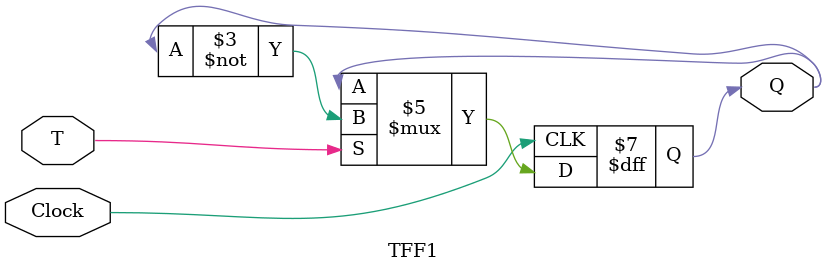
<source format=v>
module b4upcounter(en,o);
input en;
output [3:0]o;
reg [3:0]o;
TFF1 f1(1,o[0],en);
TFF1 f2(o[0]&1,o[1],en);
TFF1 f3(o[0]&o[1]&1,o[2],en);
TFF1 f4(o[0]&o[1]&o[2]&1,o[3],en);
endmodule

module TFF1(T,Q,Clock);
input T,Clock;
output Q;
reg Q;
always@(posedge Clock)
begin
if(T==0)
	Q<=Q;
else
	Q<=~Q;
end
endmodule

</source>
